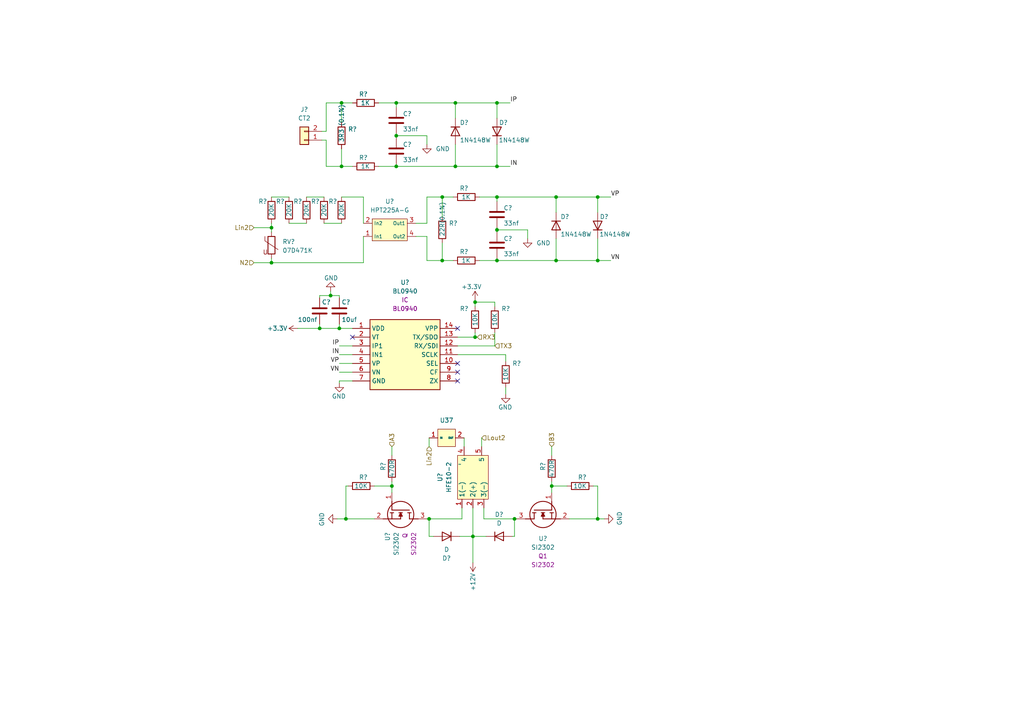
<source format=kicad_sch>
(kicad_sch (version 20231120) (generator "eeschema") (generator_version "8.0")
  (paper "A4")
  (lib_symbols
    (symbol "BL0940:BL0940"
      (property "Value" "BL0940" (at 0 0 0))
      (property "Reference_1" "IC" (at 26.67 7.62 0))
      (property "Value_1" "BL0940" (at 26.67 5.08 0))
      (symbol "BL0940_1_1"
        (rectangle (start 5.08 2.54) (end 25.4 -17.78) (stroke (width 0.254)) (fill (type background)))
        (pin passive line (at 0 0 0) (length 5.08) (name "VDD") (number "1"))
        (pin passive line (at 30.48 -10.16 180) (length 5.08) (name "SEL") (number "10"))
        (pin passive line (at 30.48 -7.62 180) (length 5.08) (name "SCLK") (number "11"))
        (pin passive line (at 30.48 -5.08 180) (length 5.08) (name "RX/SDI") (number "12"))
        (pin passive line (at 30.48 -2.54 180) (length 5.08) (name "TX/SDO") (number "13"))
        (pin passive line (at 30.48 0 180) (length 5.08) (name "VPP") (number "14"))
        (pin passive line (at 0 -2.54 0) (length 5.08) (name "VT") (number "2"))
        (pin passive line (at 0 -5.08 0) (length 5.08) (name "IP1") (number "3"))
        (pin passive line (at 0 -7.62 0) (length 5.08) (name "IN1") (number "4"))
        (pin passive line (at 0 -10.16 0) (length 5.08) (name "VP") (number "5"))
        (pin passive line (at 0 -12.7 0) (length 5.08) (name "VN") (number "6"))
        (pin passive line (at 0 -15.24 0) (length 5.08) (name "GND") (number "7"))
        (pin passive line (at 30.48 -15.24 180) (length 5.08) (name "ZX") (number "8"))
        (pin passive line (at 30.48 -12.7 180) (length 5.08) (name "CF") (number "9"))
      )
    )
    (symbol "Connector_Generic:Conn_01x02" (pin_names (offset 1.016) hide)
      (property "Reference" "J" (at 0 2.54 0))
      (property "Value" "Conn_01x02" (at 0 -5.08 0))
      (symbol "Conn_01x02_1_1"
        (rectangle (start -1.27 -2.413) (end 0 -2.667) (stroke (width 0.1524)))
        (rectangle (start -1.27 0.127) (end 0 -0.127) (stroke (width 0.1524)))
        (rectangle (start -1.27 1.27) (end 1.27 -3.81) (stroke (width 0.254)) (fill (type background)))
        (pin passive line (at -5.08 0 0) (length 3.81) (name "Pin_1") (number "1"))
        (pin passive line (at -5.08 -2.54 0) (length 3.81) (name "Pin_2") (number "2"))
      )
    )
    (symbol "Device:C" (pin_numbers hide) (pin_names (offset 0.254))
      (property "Reference" "C" (at 0.635 2.54 0))
      (property "Value" "C" (at 0.635 -2.54 0))
      (symbol "C_0_1"
        (polyline (pts (xy -2.032 -0.762) (xy 2.032 -0.762)) (stroke (width 0.508)))
        (polyline (pts (xy -2.032 0.762) (xy 2.032 0.762)) (stroke (width 0.508)))
      )
      (symbol "C_1_1"
        (pin passive line (at 0 3.81 270) (length 2.794) (name "~") (number "1"))
        (pin passive line (at 0 -3.81 90) (length 2.794) (name "~") (number "2"))
      )
    )
    (symbol "Device:D" (pin_numbers hide) (pin_names (offset 1.016) hide)
      (property "Reference" "D" (at 0 2.54 0))
      (property "Value" "D" (at 0 -2.54 0))
      (symbol "D_0_1"
        (polyline (pts (xy -1.27 1.27) (xy -1.27 -1.27)) (stroke (width 0.254)))
        (polyline (pts (xy 1.27 0) (xy -1.27 0)))
        (polyline (pts (xy 1.27 1.27) (xy 1.27 -1.27) (xy -1.27 0) (xy 1.27 1.27)) (stroke (width 0.254)))
      )
      (symbol "D_1_1"
        (pin passive line (at -3.81 0 0) (length 2.54) (name "K") (number "1"))
        (pin passive line (at 3.81 0 180) (length 2.54) (name "A") (number "2"))
      )
    )
    (symbol "Device:R" (pin_numbers hide) (pin_names (offset 0))
      (property "Reference" "R" (at 2.032 0 90))
      (property "Value" "R" (at 0 0 90))
      (symbol "R_0_1"
        (rectangle (start -1.016 -2.54) (end 1.016 2.54) (stroke (width 0.254)))
      )
      (symbol "R_1_1"
        (pin passive line (at 0 3.81 270) (length 1.27) (name "~") (number "1"))
        (pin passive line (at 0 -3.81 90) (length 1.27) (name "~") (number "2"))
      )
    )
    (symbol "Device:Varistor" (pin_numbers hide) (pin_names (offset 0))
      (property "Reference" "RV" (at 3.175 0 90))
      (property "Value" "Varistor" (at -3.175 0 90))
      (symbol "Varistor_0_0"
        (text "U" (at -1.778 -2.032 0) (effects (font (size 1.27 1.27))))
      )
      (symbol "Varistor_0_1"
        (rectangle (start -1.016 -2.54) (end 1.016 2.54) (stroke (width 0.254)))
        (polyline (pts (xy -1.905 2.54) (xy -1.905 1.27) (xy 1.905 -1.27)))
      )
      (symbol "Varistor_1_1"
        (pin passive line (at 0 3.81 270) (length 1.27) (name "~") (number "1"))
        (pin passive line (at 0 -3.81 90) (length 1.27) (name "~") (number "2"))
      )
    )
    (symbol "HFE10-2:HFE10-2"
      (property "Reference" "U" (at 0 0 0))
      (property "Value" "HFE10-2" (at 0 -2.54 0))
      (symbol "HFE10-2_0_1"
        (rectangle (start -6.35 11.43) (end 6.35 2.54) (fill (type background)))
      )
      (symbol "HFE10-2_1_1"
        (pin input line (at -8.89 10.16 0) (length 2.54) (name "1(-)") (number "1"))
        (pin input line (at -8.89 6.985 0) (length 2.54) (name "2(+)") (number "2"))
        (pin input line (at -8.89 3.81 0) (length 2.54) (name "3(-)") (number "3"))
        (pin output line (at 8.89 9.525 180) (length 2.54) (name "4") (number "4"))
        (pin output line (at 8.89 4.445 180) (length 2.54) (name "5") (number "5"))
      )
    )
    (symbol "HPT225A-G:HPT225A-G"
      (property "Reference" "U?" (at 0 -5.08 0))
      (property "Value" "HPT225A-G" (at 0 -2.54 0))
      (symbol "HPT225A-G_0_1"
        (rectangle (start -5.08 6.35) (end 5.08 0) (fill (type background)))
      )
      (symbol "HPT225A-G_1_1"
        (pin bidirectional line (at -7.62 1.27 0) (length 2.54) (name "In1") (number "1"))
        (pin bidirectional line (at -7.62 5.08 0) (length 2.54) (name "In2") (number "2"))
        (pin bidirectional line (at 7.62 5.08 180) (length 2.54) (name "Out1") (number "3"))
        (pin bidirectional line (at 7.62 1.27 180) (length 2.54) (name "Out2") (number "4"))
      )
    )
    (symbol "SI2302:SI2302" (pin_names hide)
      (property "Value" "SI2302" (at 0 0 0))
      (property "Reference_1" "Q" (at 11.43 3.81 0))
      (property "Value_1" "SI2302" (at 11.43 1.27 0))
      (symbol "SI2302_1_1"
        (polyline (pts (xy 2.54 0) (xy 5.08 0)) (stroke (width 0.254)))
        (polyline (pts (xy 5.08 5.08) (xy 5.08 0)) (stroke (width 0.254)))
        (polyline (pts (xy 5.842 -0.508) (xy 5.842 0.508)) (stroke (width 0.254)))
        (polyline (pts (xy 5.842 0) (xy 7.62 0)) (stroke (width 0.254)))
        (polyline (pts (xy 5.842 2.032) (xy 5.842 3.048)) (stroke (width 0.254)))
        (polyline (pts (xy 5.842 5.588) (xy 5.842 4.572)) (stroke (width 0.254)))
        (polyline (pts (xy 7.62 2.54) (xy 5.842 2.54)) (stroke (width 0.254)))
        (polyline (pts (xy 7.62 2.54) (xy 7.62 -2.54)) (stroke (width 0.254)))
        (polyline (pts (xy 7.62 5.08) (xy 5.842 5.08)) (stroke (width 0.254)))
        (polyline (pts (xy 7.62 5.08) (xy 7.62 7.62)) (stroke (width 0.254)))
        (polyline (pts (xy 5.842 2.54) (xy 6.858 3.048) (xy 6.858 2.032) (xy 5.842 2.54)) (stroke (width 0.254)) (fill (type outline)))
        (circle (center 6.35 2.54) (radius 3.81) (stroke (width 0.254)))
        (pin passive line (at 0 0 0) (length 2.54) (name "G") (number "1"))
        (pin passive line (at 7.62 -5.08 90) (length 2.54) (name "S") (number "2"))
        (pin passive line (at 7.62 10.16 270) (length 2.54) (name "D") (number "3"))
      )
    )
    (symbol "ZHT102W-TM:ZHT102W-TM"
      (property "Reference" "U?" (at 0 -2.54 0))
      (symbol "ZHT102W-TM_1_1"
        (rectangle (start -2.54 5.08) (end 2.54 0) (fill (type background)))
        (pin input line (at -5.08 2.54 0) (length 2.54) (name "IN") (number "1"))
        (pin output line (at 5.08 2.54 180) (length 2.54) (name "OUT") (number "2"))
      )
    )
    (symbol "power:+12V" (power) (pin_names (offset 0))
      (property "Value" "+12V" (at 0 3.556 0))
      (symbol "+12V_0_1"
        (polyline (pts (xy -0.762 1.27) (xy 0 2.54)))
        (polyline (pts (xy 0 0) (xy 0 2.54)))
        (polyline (pts (xy 0 2.54) (xy 0.762 1.27)))
      )
      (symbol "+12V_1_1"
        (pin power_in line (at 0 0 90) (length 0) hide (name "+12V") (number "1"))
      )
    )
    (symbol "power:+3.3V" (power) (pin_names (offset 0))
      (property "Value" "+3.3V" (at 0 3.556 0))
      (symbol "+3.3V_0_1"
        (polyline (pts (xy -0.762 1.27) (xy 0 2.54)))
        (polyline (pts (xy 0 0) (xy 0 2.54)))
        (polyline (pts (xy 0 2.54) (xy 0.762 1.27)))
      )
      (symbol "+3.3V_1_1"
        (pin power_in line (at 0 0 90) (length 0) hide (name "+3.3V") (number "1"))
      )
    )
    (symbol "power:GND" (power) (pin_names (offset 0))
      (property "Value" "GND" (at 0 -3.81 0))
      (symbol "GND_0_1"
        (polyline (pts (xy 0 0) (xy 0 -1.27) (xy 1.27 -1.27) (xy 0 -2.54) (xy -1.27 -1.27) (xy 0 -1.27)))
      )
      (symbol "GND_1_1"
        (pin power_in line (at 0 0 270) (length 0) hide (name "GND") (number "1"))
      )
    )
  )
  (junction (at 92.71 95.25))
  (junction (at 78.74 66.04))
  (junction (at 78.74 76.2))
  (junction (at 144.145 66.675))
  (junction (at 144.145 75.565))
  (junction (at 137.795 97.79))
  (junction (at 144.145 57.15))
  (junction (at 124.46 150.495))
  (junction (at 173.355 75.565))
  (junction (at 160.02 140.97))
  (junction (at 114.935 29.845))
  (junction (at 137.795 87.63))
  (junction (at 161.29 57.15))
  (junction (at 98.425 95.25))
  (junction (at 113.665 140.97))
  (junction (at 128.27 75.565))
  (junction (at 173.355 57.15))
  (junction (at 161.29 75.565))
  (junction (at 99.06 29.845))
  (junction (at 99.06 48.26))
  (junction (at 100.33 150.495))
  (junction (at 144.145 48.26))
  (junction (at 149.225 150.495))
  (junction (at 114.935 39.37))
  (junction (at 114.935 48.26))
  (junction (at 95.885 85.725))
  (junction (at 137.16 155.575))
  (junction (at 173.355 150.495))
  (junction (at 132.08 29.845))
  (junction (at 144.145 29.845))
  (junction (at 132.08 48.26))
  (junction (at 128.27 57.15))
  (no_connect (at 132.715 107.95))
  (no_connect (at 102.235 97.79))
  (no_connect (at 132.715 110.49))
  (no_connect (at 132.715 95.25))
  (no_connect (at 132.715 105.41))
  (wire (pts (xy 144.145 66.675) (xy 144.145 67.31)))
  (wire (pts (xy 139.065 75.565) (xy 144.145 75.565)))
  (wire (pts (xy 173.355 57.15) (xy 177.165 57.15)))
  (wire (pts (xy 160.02 140.97) (xy 160.02 142.875)))
  (wire (pts (xy 95.885 85.725) (xy 95.885 84.455)))
  (wire (pts (xy 165.1 150.495) (xy 173.355 150.495)))
  (wire (pts (xy 94.615 29.845) (xy 94.615 38.1)))
  (wire (pts (xy 124.46 127) (xy 124.46 129.54)))
  (wire (pts (xy 123.825 150.495) (xy 124.46 150.495)))
  (wire (pts (xy 173.355 140.97) (xy 173.355 150.495)))
  (wire (pts (xy 160.02 139.7) (xy 160.02 140.97)))
  (wire (pts (xy 99.06 57.15) (xy 105.41 57.15)))
  (wire (pts (xy 113.665 129.54) (xy 113.665 132.08)))
  (wire (pts (xy 73.66 66.04) (xy 78.74 66.04)))
  (wire (pts (xy 173.355 61.595) (xy 173.355 57.15)))
  (wire (pts (xy 105.41 68.58) (xy 105.41 76.2)))
  (wire (pts (xy 114.935 39.37) (xy 114.935 40.005)))
  (wire (pts (xy 78.74 76.2) (xy 78.74 74.93)))
  (wire (pts (xy 78.74 57.15) (xy 83.82 57.15)))
  (wire (pts (xy 100.965 140.97) (xy 100.33 140.97)))
  (wire (pts (xy 146.685 112.395) (xy 146.685 114.3)))
  (wire (pts (xy 98.425 102.87) (xy 102.235 102.87)))
  (wire (pts (xy 137.795 97.79) (xy 137.795 96.52)))
  (wire (pts (xy 92.71 86.36) (xy 92.71 85.725)))
  (wire (pts (xy 114.935 48.26) (xy 114.935 47.625)))
  (wire (pts (xy 144.145 34.29) (xy 144.145 29.845)))
  (wire (pts (xy 100.33 150.495) (xy 108.585 150.495)))
  (wire (pts (xy 132.715 100.33) (xy 143.51 100.33)))
  (wire (pts (xy 86.36 95.25) (xy 92.71 95.25)))
  (wire (pts (xy 153.035 69.215) (xy 153.035 66.675)))
  (wire (pts (xy 134.62 127) (xy 134.62 129.54)))
  (wire (pts (xy 98.425 105.41) (xy 102.235 105.41)))
  (wire (pts (xy 139.7 127) (xy 139.7 129.54)))
  (wire (pts (xy 93.345 40.64) (xy 94.615 40.64)))
  (wire (pts (xy 94.615 40.64) (xy 94.615 48.26)))
  (wire (pts (xy 144.145 29.845) (xy 132.08 29.845)))
  (wire (pts (xy 83.82 64.77) (xy 88.9 64.77)))
  (wire (pts (xy 105.41 76.2) (xy 78.74 76.2)))
  (wire (pts (xy 137.16 163.195) (xy 137.16 155.575)))
  (wire (pts (xy 123.825 41.91) (xy 123.825 39.37)))
  (wire (pts (xy 144.145 41.91) (xy 144.145 48.26)))
  (wire (pts (xy 137.795 87.63) (xy 137.795 88.9)))
  (wire (pts (xy 94.615 29.845) (xy 99.06 29.845)))
  (wire (pts (xy 140.335 150.495) (xy 149.225 150.495)))
  (wire (pts (xy 123.825 64.77) (xy 123.825 57.15)))
  (wire (pts (xy 113.665 139.7) (xy 113.665 140.97)))
  (wire (pts (xy 93.345 38.1) (xy 94.615 38.1)))
  (wire (pts (xy 160.02 129.54) (xy 160.02 132.08)))
  (wire (pts (xy 173.355 75.565) (xy 177.165 75.565)))
  (wire (pts (xy 98.425 85.725) (xy 95.885 85.725)))
  (wire (pts (xy 78.74 66.04) (xy 78.74 67.31)))
  (wire (pts (xy 125.73 155.575) (xy 124.46 155.575)))
  (wire (pts (xy 144.145 48.26) (xy 147.955 48.26)))
  (wire (pts (xy 123.825 57.15) (xy 128.27 57.15)))
  (wire (pts (xy 88.9 57.15) (xy 93.98 57.15)))
  (wire (pts (xy 78.74 64.77) (xy 78.74 66.04)))
  (wire (pts (xy 143.51 88.9) (xy 143.51 87.63)))
  (wire (pts (xy 124.46 150.495) (xy 133.985 150.495)))
  (wire (pts (xy 148.59 155.575) (xy 149.225 155.575)))
  (wire (pts (xy 139.065 57.15) (xy 144.145 57.15)))
  (wire (pts (xy 132.08 34.29) (xy 132.08 29.845)))
  (wire (pts (xy 144.145 29.845) (xy 147.955 29.845)))
  (wire (pts (xy 144.145 57.15) (xy 144.145 58.42)))
  (wire (pts (xy 124.46 155.575) (xy 124.46 150.495)))
  (wire (pts (xy 93.98 64.77) (xy 99.06 64.77)))
  (wire (pts (xy 128.27 70.485) (xy 128.27 75.565)))
  (wire (pts (xy 73.66 76.2) (xy 78.74 76.2)))
  (wire (pts (xy 133.985 150.495) (xy 133.985 147.32)))
  (wire (pts (xy 161.29 61.595) (xy 161.29 57.15)))
  (wire (pts (xy 98.425 93.98) (xy 98.425 95.25)))
  (wire (pts (xy 98.425 110.49) (xy 98.425 111.125)))
  (wire (pts (xy 109.855 29.845) (xy 114.935 29.845)))
  (wire (pts (xy 137.16 155.575) (xy 140.97 155.575)))
  (wire (pts (xy 114.935 29.845) (xy 114.935 31.115)))
  (wire (pts (xy 161.29 57.15) (xy 144.145 57.15)))
  (wire (pts (xy 137.795 86.995) (xy 137.795 87.63)))
  (wire (pts (xy 132.08 41.91) (xy 132.08 48.26)))
  (wire (pts (xy 128.27 57.15) (xy 128.27 62.865)))
  (wire (pts (xy 120.65 68.58) (xy 123.825 68.58)))
  (wire (pts (xy 173.355 75.565) (xy 161.29 75.565)))
  (wire (pts (xy 100.33 140.97) (xy 100.33 150.495)))
  (wire (pts (xy 137.795 97.79) (xy 138.43 97.79)))
  (wire (pts (xy 149.225 150.495) (xy 149.86 150.495)))
  (wire (pts (xy 92.71 93.98) (xy 92.71 95.25)))
  (wire (pts (xy 132.08 29.845) (xy 114.935 29.845)))
  (wire (pts (xy 133.35 155.575) (xy 137.16 155.575)))
  (wire (pts (xy 143.51 100.33) (xy 143.51 96.52)))
  (wire (pts (xy 172.085 140.97) (xy 173.355 140.97)))
  (wire (pts (xy 161.29 69.215) (xy 161.29 75.565)))
  (wire (pts (xy 113.665 140.97) (xy 113.665 142.875)))
  (wire (pts (xy 123.825 39.37) (xy 114.935 39.37)))
  (wire (pts (xy 94.615 48.26) (xy 99.06 48.26)))
  (wire (pts (xy 105.41 57.15) (xy 105.41 64.77)))
  (wire (pts (xy 160.02 140.97) (xy 164.465 140.97)))
  (wire (pts (xy 132.715 97.79) (xy 137.795 97.79)))
  (wire (pts (xy 99.06 43.18) (xy 99.06 48.26)))
  (wire (pts (xy 109.855 48.26) (xy 114.935 48.26)))
  (wire (pts (xy 120.65 64.77) (xy 123.825 64.77)))
  (wire (pts (xy 92.71 95.25) (xy 98.425 95.25)))
  (wire (pts (xy 98.425 107.95) (xy 102.235 107.95)))
  (wire (pts (xy 128.27 57.15) (xy 131.445 57.15)))
  (wire (pts (xy 137.16 155.575) (xy 137.16 147.32)))
  (wire (pts (xy 161.29 75.565) (xy 144.145 75.565)))
  (wire (pts (xy 123.825 68.58) (xy 123.825 75.565)))
  (wire (pts (xy 98.425 86.36) (xy 98.425 85.725)))
  (wire (pts (xy 132.715 102.87) (xy 146.685 102.87)))
  (wire (pts (xy 173.355 69.215) (xy 173.355 75.565)))
  (wire (pts (xy 143.51 87.63) (xy 137.795 87.63)))
  (wire (pts (xy 144.145 48.26) (xy 132.08 48.26)))
  (wire (pts (xy 173.355 150.495) (xy 175.26 150.495)))
  (wire (pts (xy 128.27 75.565) (xy 131.445 75.565)))
  (wire (pts (xy 98.425 95.25) (xy 102.235 95.25)))
  (wire (pts (xy 144.145 75.565) (xy 144.145 74.93)))
  (wire (pts (xy 114.935 38.735) (xy 114.935 39.37)))
  (wire (pts (xy 140.335 147.32) (xy 140.335 150.495)))
  (wire (pts (xy 123.825 75.565) (xy 128.27 75.565)))
  (wire (pts (xy 132.08 48.26) (xy 114.935 48.26)))
  (wire (pts (xy 173.355 57.15) (xy 161.29 57.15)))
  (wire (pts (xy 92.71 85.725) (xy 95.885 85.725)))
  (wire (pts (xy 153.035 66.675) (xy 144.145 66.675)))
  (wire (pts (xy 146.685 102.87) (xy 146.685 104.775)))
  (wire (pts (xy 99.06 48.26) (xy 102.235 48.26)))
  (wire (pts (xy 149.225 155.575) (xy 149.225 150.495)))
  (wire (pts (xy 99.06 29.845) (xy 102.235 29.845)))
  (wire (pts (xy 98.425 100.33) (xy 102.235 100.33)))
  (wire (pts (xy 102.235 110.49) (xy 98.425 110.49)))
  (wire (pts (xy 97.79 150.495) (xy 100.33 150.495)))
  (wire (pts (xy 108.585 140.97) (xy 113.665 140.97)))
  (wire (pts (xy 144.145 66.04) (xy 144.145 66.675)))
  (wire (pts (xy 99.06 29.845) (xy 99.06 35.56)))
  (label "IP" (at 98.425 100.33 180))
  (label "IP" (at 147.955 29.845 0))
  (label "VP" (at 177.165 57.15 0))
  (label "VP" (at 98.425 105.41 180))
  (label "VN" (at 177.165 75.565 0))
  (label "IN" (at 147.955 48.26 0))
  (label "VN" (at 98.425 107.95 180))
  (label "IN" (at 98.425 102.87 180))
  (hierarchical_label "Lout2" (shape input) (at 139.7 127 0))
  (hierarchical_label "TX3" (shape input) (at 143.51 100.33 0))
  (hierarchical_label "A3" (shape input) (at 113.665 129.54 90))
  (hierarchical_label "Lin2" (shape input) (at 73.66 66.04 180))
  (hierarchical_label "N2" (shape input) (at 73.66 76.2 180))
  (hierarchical_label "Lin2" (shape input) (at 124.46 129.54 270))
  (hierarchical_label "B3" (shape input) (at 160.02 129.54 90))
  (hierarchical_label "RX3" (shape input) (at 138.43 97.79 0))
  (symbol (lib_id "Device:R") (at 99.06 39.37 0) (unit 1)
    (property "Reference" "R?" (at 100.965 37.465 0) (effects (justify left)))
    (property "Value" "3R3 (0.1%)" (at 99.06 41.275 90) (effects (justify left)))
    (property "Footprint" "Resistor_SMD:R_0603_1608Metric" (effects (hide yes)))
    (instances (project "Smart CB" (path "" (reference "R?") (unit 1))) (project "Smart CB STM32 PCB" (path "" (reference "R51") (unit 1))))
  )
  (symbol (lib_id "HPT225A-G:HPT225A-G") (at 113.03 69.85 0) (unit 1)
    (property "Reference" "U?" (at 113.03 58.42 0))
    (property "Value" "HPT225A-G" (at 113.03 60.96 0))
    (property "Footprint" "kicad libraries:HPT225A-G" (effects (hide yes)))
    (instances (project "Smart CB" (path "" (reference "U?") (unit 1))) (project "Smart CB STM32 PCB" (path "" (reference "U14") (unit 1))))
  )
  (symbol (lib_id "power:GND") (at 123.825 41.91 0) (unit 1)
    (property "Reference" "#PWR?" (effects (hide yes)))
    (property "Value" "GND" (at 126.365 43.1799 0) (effects (justify left)))
    (instances (project "Smart CB" (path "" (reference "#PWR?") (unit 1))) (project "Smart CB STM32 PCB" (path "" (reference "#PWR076") (unit 1))))
  )
  (symbol (lib_id "SI2302:SI2302") (at 160.02 142.875 90) (mirror x) (unit 1)
    (property "Reference" "U?" (at 157.48 156.21 90))
    (property "Value" "SI2302" (at 157.48 158.75 90))
    (property "Footprint" "SI2302:SI2302" (effects (hide yes)))
    (property "Reference_1" "Q1" (at 157.48 161.29 90))
    (property "Value_1" "SI2302" (at 157.48 163.83 90))
    (property "Footprint_1" "SI2302" (effects (hide yes)))
    (property "Datasheet_1" "https://mouser.componentsearchengine.com/Datasheets/1/SI2302.pdf" (effects (hide yes)))
    (property "Height" "1.005" (effects (hide yes)))
    (property "Manufacturer_Name" "MCC" (effects (hide yes)))
    (property "Manufacturer_Part_Number" "SI2302" (effects (hide yes)))
    (property "Mouser Part Number" "833-SI2302" (effects (hide yes)))
    (property "Mouser Price/Stock" "https://www.mouser.co.uk/ProductDetail/Micro-Commercial-Components-MCC/SI2302?qs=6W4OQKoqJ0s%2FjuQxID9btg%3D%3D" (effects (hide yes)))
    (instances (project "Smart CB" (path "" (reference "U?") (unit 1))) (project "Smart CB STM32 PCB" (path "" (reference "U17") (unit 1))))
  )
  (symbol (lib_id "Device:D") (at 173.355 65.405 90) (unit 1)
    (property "Reference" "D?" (at 176.53 62.865 90) (effects (justify left)))
    (property "Value" "1N4148W" (at 182.88 67.945 90) (effects (justify left)))
    (property "Footprint" "Diode_SMD:D_SOD-323" (effects (hide yes)))
    (instances (project "Smart CB" (path "" (reference "D?") (unit 1))) (project "Smart CB STM32 PCB" (path "" (reference "D22") (unit 1))))
  )
  (symbol (lib_id "Device:R") (at 113.665 135.89 180) (unit 1)
    (property "Reference" "R?" (at 111.125 133.985 90) (effects (justify left)))
    (property "Value" "470R" (at 113.665 133.35 90) (effects (justify left)))
    (property "Footprint" "Resistor_SMD:R_0603_1608Metric" (effects (hide yes)))
    (instances (project "Smart CB" (path "" (reference "R?") (unit 1))) (project "Smart CB STM32 PCB" (path "" (reference "R56") (unit 1))))
  )
  (symbol (lib_id "Device:C") (at 114.935 34.925 0) (unit 1)
    (property "Reference" "C?" (at 116.84 33.02 0) (effects (justify left)))
    (property "Value" "33nf" (at 116.84 37.465 0) (effects (justify left)))
    (property "Footprint" "Capacitor_SMD:C_0603_1608Metric" (effects (hide yes)))
    (instances (project "Smart CB" (path "" (reference "C?") (unit 1))) (project "Smart CB STM32 PCB" (path "" (reference "C31") (unit 1))))
  )
  (symbol (lib_id "Device:R") (at 93.98 60.96 0) (unit 1)
    (property "Reference" "R?" (at 90.17 58.42 0) (effects (justify left)))
    (property "Value" "20K" (at 93.98 62.865 90) (effects (justify left)))
    (property "Footprint" "Resistor_SMD:R_0603_1608Metric" (effects (hide yes)))
    (instances (project "Smart CB" (path "" (reference "R?") (unit 1))) (project "Smart CB STM32 PCB" (path "" (reference "R50") (unit 1))))
  )
  (symbol (lib_id "Device:R") (at 78.74 60.96 0) (unit 1)
    (property "Reference" "R?" (at 74.93 58.42 0) (effects (justify left)))
    (property "Value" "20K" (at 78.74 62.865 90) (effects (justify left)))
    (property "Footprint" "Resistor_SMD:R_0603_1608Metric" (effects (hide yes)))
    (instances (project "Smart CB" (path "" (reference "R?") (unit 1))) (project "Smart CB STM32 PCB" (path "" (reference "R47") (unit 1))))
  )
  (symbol (lib_id "BL0940:BL0940") (at 102.235 95.25 0) (unit 1)
    (property "Reference" "U?" (at 117.475 81.915 0))
    (property "Value" "BL0940" (at 117.475 84.455 0))
    (property "Footprint" "BL0940:BL0940" (effects (hide yes)))
    (property "Reference_1" "IC" (at 117.475 86.995 0))
    (property "Value_1" "BL0940" (at 117.475 89.535 0))
    (property "Footprint_1" "SOP65P640X120-14N" (effects (hide yes)))
    (property "Datasheet_1" "https://datasheet.lcsc.com/szlcsc/2006282023_BL-Shanghai-Belling-BL0940_C691894.pdf" (effects (hide yes)))
    (property "Height" "1.2" (effects (hide yes)))
    (property "Manufacturer_Name" "SHANGHAI BELLING" (effects (hide yes)))
    (property "Manufacturer_Part_Number" "BL0940" (effects (hide yes)))
    (instances (project "Smart CB" (path "" (reference "U?") (unit 1))) (project "Smart CB STM32 PCB" (path "" (reference "U13") (unit 1))))
  )
  (symbol (lib_id "Device:R") (at 135.255 57.15 90) (unit 1)
    (property "Reference" "R?" (at 135.89 54.61 90) (effects (justify left)))
    (property "Value" "1K" (at 136.525 57.15 90) (effects (justify left)))
    (property "Footprint" "Resistor_SMD:R_0603_1608Metric" (effects (hide yes)))
    (instances (project "Smart CB" (path "" (reference "R?") (unit 1))) (project "Smart CB STM32 PCB" (path "" (reference "R58") (unit 1))))
  )
  (symbol (lib_id "Device:Varistor") (at 78.74 71.12 0) (unit 1)
    (property "Reference" "RV?" (at 81.915 70.1031 0) (effects (justify left)))
    (property "Value" "07D471K" (at 81.915 72.6431 0) (effects (justify left)))
    (property "Footprint" "Varistor:RV_Disc_D7mm_W4.9mm_P5mm" (effects (hide yes)))
    (instances (project "Smart CB" (path "" (reference "RV?") (unit 1))) (project "Smart CB STM32 PCB" (path "" (reference "RV2") (unit 1))))
  )
  (symbol (lib_id "Device:D") (at 144.145 38.1 90) (unit 1)
    (property "Reference" "D?" (at 147.32 35.56 90) (effects (justify left)))
    (property "Value" "1N4148W" (at 153.67 40.64 90) (effects (justify left)))
    (property "Footprint" "Diode_SMD:D_SOD-323" (effects (hide yes)))
    (instances (project "Smart CB" (path "" (reference "D?") (unit 1))) (project "Smart CB STM32 PCB" (path "" (reference "D19") (unit 1))))
  )
  (symbol (lib_id "HFE10-2:HFE10-2") (at 144.145 138.43 90) (unit 1)
    (property "Reference" "U?" (at 127.635 138.43 0))
    (property "Value" "HFE10-2" (at 130.175 138.43 0))
    (property "Footprint" "kicad libraries:HFE10-2" (effects (hide yes)))
    (instances (project "Smart CB" (path "" (reference "U?") (unit 1))) (project "Smart CB STM32 PCB" (path "" (reference "U16") (unit 1))))
  )
  (symbol (lib_id "Device:D") (at 132.08 38.1 270) (unit 1)
    (property "Reference" "D?" (at 133.35 35.56 90) (effects (justify left)))
    (property "Value" "1N4148W" (at 133.35 40.64 90) (effects (justify left)))
    (property "Footprint" "Diode_SMD:D_SOD-323" (effects (hide yes)))
    (instances (project "Smart CB" (path "" (reference "D?") (unit 1))) (project "Smart CB STM32 PCB" (path "" (reference "D18") (unit 1))))
  )
  (symbol (lib_id "Device:R") (at 106.045 29.845 90) (unit 1)
    (property "Reference" "R?" (at 106.68 27.305 90) (effects (justify left)))
    (property "Value" "1K" (at 107.315 29.845 90) (effects (justify left)))
    (property "Footprint" "Resistor_SMD:R_0603_1608Metric" (effects (hide yes)))
    (instances (project "Smart CB" (path "" (reference "R?") (unit 1))) (project "Smart CB STM32 PCB" (path "" (reference "R54") (unit 1))))
  )
  (symbol (lib_id "Device:R") (at 106.045 48.26 90) (unit 1)
    (property "Reference" "R?" (at 106.68 45.72 90) (effects (justify left)))
    (property "Value" "1K" (at 107.315 48.26 90) (effects (justify left)))
    (property "Footprint" "Resistor_SMD:R_0603_1608Metric" (effects (hide yes)))
    (instances (project "Smart CB" (path "" (reference "R?") (unit 1))) (project "Smart CB STM32 PCB" (path "" (reference "R55") (unit 1))))
  )
  (symbol (lib_id "Device:C") (at 114.935 43.815 0) (unit 1)
    (property "Reference" "C?" (at 116.84 41.91 0) (effects (justify left)))
    (property "Value" "33nf" (at 116.84 46.355 0) (effects (justify left)))
    (property "Footprint" "Capacitor_SMD:C_0603_1608Metric" (effects (hide yes)))
    (instances (project "Smart CB" (path "" (reference "C?") (unit 1))) (project "Smart CB STM32 PCB" (path "" (reference "C32") (unit 1))))
  )
  (symbol (lib_id "Device:R") (at 137.795 92.71 0) (unit 1)
    (property "Reference" "R?" (at 133.35 89.535 0) (effects (justify left)))
    (property "Value" "10K" (at 137.795 94.615 90) (effects (justify left)))
    (property "Footprint" "Resistor_SMD:R_0603_1608Metric" (effects (hide yes)))
    (instances (project "Smart CB" (path "" (reference "R?") (unit 1))) (project "Smart CB STM32 PCB" (path "" (reference "R60") (unit 1))))
  )
  (symbol (lib_id "power:GND") (at 175.26 150.495 90) (unit 1)
    (property "Reference" "#PWR?" (effects (hide yes)))
    (property "Value" "GND" (at 179.705 152.4 0) (effects (justify left)))
    (instances (project "Smart CB" (path "" (reference "#PWR?") (unit 1))) (project "Smart CB STM32 PCB" (path "" (reference "#PWR081") (unit 1))))
  )
  (symbol (lib_id "SI2302:SI2302") (at 113.665 142.875 270) (unit 1)
    (property "Reference" "U?" (at 112.3949 154.305 0) (effects (justify left)))
    (property "Value" "SI2302" (at 114.9349 154.305 0) (effects (justify left)))
    (property "Footprint" "SI2302:SI2302" (effects (hide yes)))
    (property "Reference_1" "Q" (at 117.475 154.559 0) (effects (justify left)))
    (property "Value_1" "SI2302" (at 120.0149 154.305 0) (effects (justify left)))
    (property "Footprint_1" "SI2302" (effects (hide yes)))
    (property "Datasheet_1" "https://mouser.componentsearchengine.com/Datasheets/1/SI2302.pdf" (effects (hide yes)))
    (property "Height" "1.005" (effects (hide yes)))
    (property "Manufacturer_Name" "MCC" (effects (hide yes)))
    (property "Manufacturer_Part_Number" "SI2302" (effects (hide yes)))
    (property "Mouser Part Number" "833-SI2302" (effects (hide yes)))
    (property "Mouser Price/Stock" "https://www.mouser.co.uk/ProductDetail/Micro-Commercial-Components-MCC/SI2302?qs=6W4OQKoqJ0s%2FjuQxID9btg%3D%3D" (effects (hide yes)))
    (instances (project "Smart CB" (path "" (reference "U?") (unit 1))) (project "Smart CB STM32 PCB" (path "" (reference "U15") (unit 1))))
  )
  (symbol (lib_id "power:GND") (at 98.425 111.125 0) (unit 1)
    (property "Reference" "#PWR?" (effects (hide yes)))
    (property "Value" "GND" (at 100.33 114.935 0) (effects (justify right)))
    (instances (project "Smart CB" (path "" (reference "#PWR?") (unit 1))) (project "Smart CB STM32 PCB" (path "" (reference "#PWR075") (unit 1))))
  )
  (symbol (lib_id "Device:R") (at 168.275 140.97 90) (unit 1)
    (property "Reference" "R?" (at 170.18 138.43 90) (effects (justify left)))
    (property "Value" "10K" (at 170.18 140.97 90) (effects (justify left)))
    (property "Footprint" "Resistor_SMD:R_0603_1608Metric" (effects (hide yes)))
    (instances (project "Smart CB" (path "" (reference "R?") (unit 1))) (project "Smart CB STM32 PCB" (path "" (reference "R64") (unit 1))))
  )
  (symbol (lib_id "Device:C") (at 144.145 62.23 0) (unit 1)
    (property "Reference" "C?" (at 146.05 60.325 0) (effects (justify left)))
    (property "Value" "33nf" (at 146.05 64.77 0) (effects (justify left)))
    (property "Footprint" "Capacitor_SMD:C_0603_1608Metric" (effects (hide yes)))
    (instances (project "Smart CB" (path "" (reference "C?") (unit 1))) (project "Smart CB STM32 PCB" (path "" (reference "C33") (unit 1))))
  )
  (symbol (lib_id "Device:R") (at 143.51 92.71 0) (unit 1)
    (property "Reference" "R?" (at 145.415 89.535 0) (effects (justify left)))
    (property "Value" "10K" (at 143.51 94.615 90) (effects (justify left)))
    (property "Footprint" "Resistor_SMD:R_0603_1608Metric" (effects (hide yes)))
    (instances (project "Smart CB" (path "" (reference "R?") (unit 1))) (project "Smart CB STM32 PCB" (path "" (reference "R61") (unit 1))))
  )
  (symbol (lib_id "Device:C") (at 98.425 90.17 0) (unit 1)
    (property "Reference" "C?" (at 99.06 87.63 0) (effects (justify left)))
    (property "Value" "10uf" (at 99.06 92.71 0) (effects (justify left)))
    (property "Footprint" "Capacitor_SMD:C_1206_3216Metric" (effects (hide yes)))
    (instances (project "Smart CB" (path "" (reference "C?") (unit 1))) (project "Smart CB STM32 PCB" (path "" (reference "C30") (unit 1))))
  )
  (symbol (lib_id "Device:R") (at 135.255 75.565 90) (unit 1)
    (property "Reference" "R?" (at 135.89 73.025 90) (effects (justify left)))
    (property "Value" "1K" (at 136.525 75.565 90) (effects (justify left)))
    (property "Footprint" "Resistor_SMD:R_0603_1608Metric" (effects (hide yes)))
    (instances (project "Smart CB" (path "" (reference "R?") (unit 1))) (project "Smart CB STM32 PCB" (path "" (reference "R59") (unit 1))))
  )
  (symbol (lib_id "Device:R") (at 160.02 135.89 180) (unit 1)
    (property "Reference" "R?" (at 157.48 133.985 90) (effects (justify left)))
    (property "Value" "470R" (at 160.02 133.35 90) (effects (justify left)))
    (property "Footprint" "Resistor_SMD:R_0603_1608Metric" (effects (hide yes)))
    (instances (project "Smart CB" (path "" (reference "R?") (unit 1))) (project "Smart CB STM32 PCB" (path "" (reference "R63") (unit 1))))
  )
  (symbol (lib_id "Device:D") (at 129.54 155.575 180) (unit 1)
    (property "Reference" "D?" (at 129.54 161.925 0))
    (property "Value" "D" (at 129.54 159.385 0))
    (property "Footprint" "Diode_SMD:D_1206_3216Metric" (effects (hide yes)))
    (instances (project "Smart CB" (path "" (reference "D?") (unit 1))) (project "Smart CB STM32 PCB" (path "" (reference "D17") (unit 1))))
  )
  (symbol (lib_id "Device:C") (at 144.145 71.12 0) (unit 1)
    (property "Reference" "C?" (at 146.05 69.215 0) (effects (justify left)))
    (property "Value" "33nf" (at 146.05 73.66 0) (effects (justify left)))
    (property "Footprint" "Capacitor_SMD:C_0603_1608Metric" (effects (hide yes)))
    (instances (project "Smart CB" (path "" (reference "C?") (unit 1))) (project "Smart CB STM32 PCB" (path "" (reference "C34") (unit 1))))
  )
  (symbol (lib_id "Device:D") (at 161.29 65.405 270) (unit 1)
    (property "Reference" "D?" (at 162.56 62.865 90) (effects (justify left)))
    (property "Value" "1N4148W" (at 162.56 67.945 90) (effects (justify left)))
    (property "Footprint" "Diode_SMD:D_SOD-323" (effects (hide yes)))
    (instances (project "Smart CB" (path "" (reference "D?") (unit 1))) (project "Smart CB STM32 PCB" (path "" (reference "D21") (unit 1))))
  )
  (symbol (lib_id "Device:R") (at 128.27 66.675 0) (unit 1)
    (property "Reference" "R?" (at 130.175 64.77 0) (effects (justify left)))
    (property "Value" "22R(0.1%)" (at 128.27 68.58 90) (effects (justify left)))
    (property "Footprint" "Resistor_SMD:R_0603_1608Metric" (effects (hide yes)))
    (instances (project "Smart CB" (path "" (reference "R?") (unit 1))) (project "Smart CB STM32 PCB" (path "" (reference "R57") (unit 1))))
  )
  (symbol (lib_id "Device:C") (at 92.71 90.17 0) (unit 1)
    (property "Reference" "C?" (at 93.345 87.63 0) (effects (justify left)))
    (property "Value" "100nf" (at 86.36 92.71 0) (effects (justify left)))
    (property "Footprint" "Capacitor_SMD:C_0603_1608Metric" (effects (hide yes)))
    (instances (project "Smart CB" (path "" (reference "C?") (unit 1))) (project "Smart CB STM32 PCB" (path "" (reference "C29") (unit 1))))
  )
  (symbol (lib_id "Device:D") (at 144.78 155.575 0) (unit 1)
    (property "Reference" "D?" (at 144.78 149.225 0))
    (property "Value" "D" (at 144.78 151.765 0))
    (property "Footprint" "Diode_SMD:D_1206_3216Metric" (effects (hide yes)))
    (instances (project "Smart CB" (path "" (reference "D?") (unit 1))) (project "Smart CB STM32 PCB" (path "" (reference "D20") (unit 1))))
  )
  (symbol (lib_id "power:GND") (at 146.685 114.3 0) (unit 1)
    (property "Reference" "#PWR?" (effects (hide yes)))
    (property "Value" "GND" (at 148.59 118.11 0) (effects (justify right)))
    (instances (project "Smart CB" (path "" (reference "#PWR?") (unit 1))) (project "Smart CB STM32 PCB" (path "" (reference "#PWR079") (unit 1))))
  )
  (symbol (lib_id "Device:R") (at 104.775 140.97 90) (unit 1)
    (property "Reference" "R?" (at 106.68 138.43 90) (effects (justify left)))
    (property "Value" "10K" (at 106.68 140.97 90) (effects (justify left)))
    (property "Footprint" "Resistor_SMD:R_0603_1608Metric" (effects (hide yes)))
    (instances (project "Smart CB" (path "" (reference "R?") (unit 1))) (project "Smart CB STM32 PCB" (path "" (reference "R53") (unit 1))))
  )
  (symbol (lib_id "power:GND") (at 95.885 84.455 180) (unit 1)
    (property "Reference" "#PWR?" (effects (hide yes)))
    (property "Value" "GND" (at 93.98 80.645 0) (effects (justify right)))
    (instances (project "Smart CB" (path "" (reference "#PWR?") (unit 1))) (project "Smart CB STM32 PCB" (path "" (reference "#PWR073") (unit 1))))
  )
  (symbol (lib_id "power:GND") (at 153.035 69.215 0) (unit 1)
    (property "Reference" "#PWR?" (effects (hide yes)))
    (property "Value" "GND" (at 155.575 70.4849 0) (effects (justify left)))
    (instances (project "Smart CB" (path "" (reference "#PWR?") (unit 1))) (project "Smart CB STM32 PCB" (path "" (reference "#PWR080") (unit 1))))
  )
  (symbol (lib_id "Device:R") (at 83.82 60.96 0) (unit 1)
    (property "Reference" "R?" (at 80.01 58.42 0) (effects (justify left)))
    (property "Value" "20K" (at 83.82 62.865 90) (effects (justify left)))
    (property "Footprint" "Resistor_SMD:R_0603_1608Metric" (effects (hide yes)))
    (instances (project "Smart CB" (path "" (reference "R?") (unit 1))) (project "Smart CB STM32 PCB" (path "" (reference "R48") (unit 1))))
  )
  (symbol (lib_id "ZHT102W-TM:ZHT102W-TM") (at 129.54 129.54 0) (unit 1)
    (property "Reference" "U37" (at 129.54 121.92 0))
    (property "Value" "~" (at 133.35 134.62 0))
    (property "Footprint" "ZHT102W-TM:ZHT102W-TM" (effects (hide yes)))
  )
  (symbol (lib_id "Connector_Generic:Conn_01x02") (at 88.265 40.64 180) (unit 1)
    (property "Reference" "J?" (at 88.265 31.75 0))
    (property "Value" "CT2" (at 88.265 34.29 0))
    (property "Footprint" "Connector_JST:JST_PH_B2B-PH-K_1x02_P2.00mm_Vertical" (effects (hide yes)))
    (instances (project "Smart CB" (path "" (reference "J?") (unit 1))) (project "Smart CB STM32 PCB" (path "" (reference "J18") (unit 1))))
  )
  (symbol (lib_id "power:+12V") (at 137.16 163.195 180) (unit 1)
    (property "Reference" "#PWR?" (effects (hide yes)))
    (property "Value" "+12V" (at 137.16 171.45 90) (effects (justify right)))
    (instances (project "Smart CB" (path "" (reference "#PWR?") (unit 1))) (project "Smart CB STM32 PCB" (path "" (reference "#PWR077") (unit 1))))
  )
  (symbol (lib_id "power:+3.3V") (at 137.795 86.995 0) (unit 1)
    (property "Reference" "#PWR?" (effects (hide yes)))
    (property "Value" "+3.3V" (at 139.7 83.185 0) (effects (justify right)))
    (instances (project "Smart CB" (path "" (reference "#PWR?") (unit 1))) (project "Smart CB STM32 PCB" (path "" (reference "#PWR078") (unit 1))))
  )
  (symbol (lib_id "Device:R") (at 88.9 60.96 0) (unit 1)
    (property "Reference" "R?" (at 85.09 58.42 0) (effects (justify left)))
    (property "Value" "20K" (at 88.9 62.865 90) (effects (justify left)))
    (property "Footprint" "Resistor_SMD:R_0603_1608Metric" (effects (hide yes)))
    (instances (project "Smart CB" (path "" (reference "R?") (unit 1))) (project "Smart CB STM32 PCB" (path "" (reference "R49") (unit 1))))
  )
  (symbol (lib_id "power:+3.3V") (at 86.36 95.25 90) (unit 1)
    (property "Reference" "#PWR?" (effects (hide yes)))
    (property "Value" "+3.3V" (at 77.47 95.25 90) (effects (justify right)))
    (instances (project "Smart CB" (path "" (reference "#PWR?") (unit 1))) (project "Smart CB STM32 PCB" (path "" (reference "#PWR072") (unit 1))))
  )
  (symbol (lib_id "Device:R") (at 146.685 108.585 0) (unit 1)
    (property "Reference" "R?" (at 148.59 105.41 0) (effects (justify left)))
    (property "Value" "10K" (at 146.685 110.49 90) (effects (justify left)))
    (property "Footprint" "Resistor_SMD:R_0603_1608Metric" (effects (hide yes)))
    (instances (project "Smart CB" (path "" (reference "R?") (unit 1))) (project "Smart CB STM32 PCB" (path "" (reference "R62") (unit 1))))
  )
  (symbol (lib_id "Device:R") (at 99.06 60.96 0) (unit 1)
    (property "Reference" "R?" (at 95.25 58.42 0) (effects (justify left)))
    (property "Value" "20K" (at 99.06 62.865 90) (effects (justify left)))
    (property "Footprint" "Resistor_SMD:R_0603_1608Metric" (effects (hide yes)))
    (instances (project "Smart CB" (path "" (reference "R?") (unit 1))) (project "Smart CB STM32 PCB" (path "" (reference "R52") (unit 1))))
  )
  (symbol (lib_id "power:GND") (at 97.79 150.495 270) (unit 1)
    (property "Reference" "#PWR?" (effects (hide yes)))
    (property "Value" "GND" (at 93.345 148.59 0) (effects (justify left)))
    (instances (project "Smart CB" (path "" (reference "#PWR?") (unit 1))) (project "Smart CB STM32 PCB" (path "" (reference "#PWR074") (unit 1))))
  )
)
</source>
